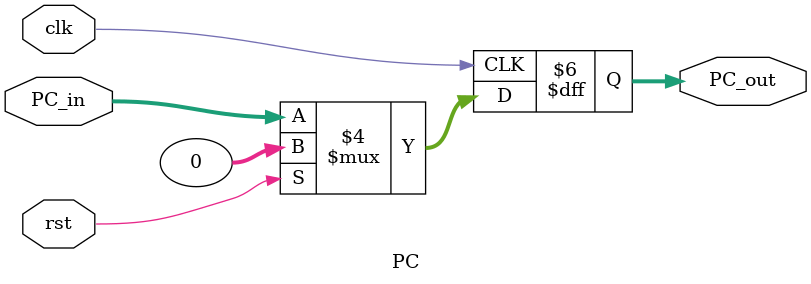
<source format=v>
`timescale 1ns / 1ps
module PC(
    input [31:0] PC_in,
    input clk,
    input rst,
    output reg [31:0] PC_out
    );
	 initial PC_out <=32'b0;
	always @(posedge clk) begin
		if(rst) PC_out<=32'b0;
		else PC_out<=PC_in;
	end
endmodule

</source>
